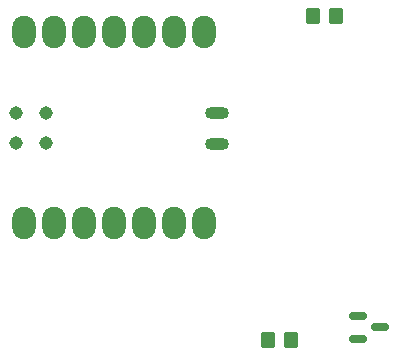
<source format=gbp>
G04 #@! TF.GenerationSoftware,KiCad,Pcbnew,8.0.1*
G04 #@! TF.CreationDate,2024-07-15T10:08:48+02:00*
G04 #@! TF.ProjectId,RGB 2x2 with WS2811,52474220-3278-4322-9077-697468205753,rev?*
G04 #@! TF.SameCoordinates,Original*
G04 #@! TF.FileFunction,Paste,Bot*
G04 #@! TF.FilePolarity,Positive*
%FSLAX46Y46*%
G04 Gerber Fmt 4.6, Leading zero omitted, Abs format (unit mm)*
G04 Created by KiCad (PCBNEW 8.0.1) date 2024-07-15 10:08:48*
%MOMM*%
%LPD*%
G01*
G04 APERTURE LIST*
G04 Aperture macros list*
%AMRoundRect*
0 Rectangle with rounded corners*
0 $1 Rounding radius*
0 $2 $3 $4 $5 $6 $7 $8 $9 X,Y pos of 4 corners*
0 Add a 4 corners polygon primitive as box body*
4,1,4,$2,$3,$4,$5,$6,$7,$8,$9,$2,$3,0*
0 Add four circle primitives for the rounded corners*
1,1,$1+$1,$2,$3*
1,1,$1+$1,$4,$5*
1,1,$1+$1,$6,$7*
1,1,$1+$1,$8,$9*
0 Add four rect primitives between the rounded corners*
20,1,$1+$1,$2,$3,$4,$5,0*
20,1,$1+$1,$4,$5,$6,$7,0*
20,1,$1+$1,$6,$7,$8,$9,0*
20,1,$1+$1,$8,$9,$2,$3,0*%
G04 Aperture macros list end*
%ADD10RoundRect,0.150000X-0.587500X-0.150000X0.587500X-0.150000X0.587500X0.150000X-0.587500X0.150000X0*%
%ADD11O,1.998980X2.748280*%
%ADD12O,2.032000X1.016000*%
%ADD13C,1.143000*%
%ADD14RoundRect,0.250000X0.350000X0.450000X-0.350000X0.450000X-0.350000X-0.450000X0.350000X-0.450000X0*%
G04 APERTURE END LIST*
D10*
G04 #@! TO.C,PMOS*
X149177768Y-71599492D03*
X149177768Y-69699492D03*
X151052769Y-70649492D03*
G04 #@! TD*
D11*
G04 #@! TO.C,U1*
X120905268Y-45669931D03*
X123445268Y-45669931D03*
X125985268Y-45669931D03*
X128525268Y-45669931D03*
X131065268Y-45669931D03*
X133605268Y-45669931D03*
X136145268Y-45669931D03*
X136145268Y-61834491D03*
X133605268Y-61834491D03*
X131065268Y-61834491D03*
X128525268Y-61834491D03*
X125985268Y-61834491D03*
X123445268Y-61834491D03*
X120905268Y-61834491D03*
D12*
X137223088Y-52536811D03*
X137223088Y-55086811D03*
D13*
X120218901Y-52535614D03*
X120218901Y-55075614D03*
X122758901Y-52535614D03*
X122758901Y-55075614D03*
G04 #@! TD*
D14*
G04 #@! TO.C,R11*
X147305268Y-44308491D03*
X145305268Y-44308491D03*
G04 #@! TD*
G04 #@! TO.C,R9*
X143495268Y-71740490D03*
X141495268Y-71740490D03*
G04 #@! TD*
M02*

</source>
